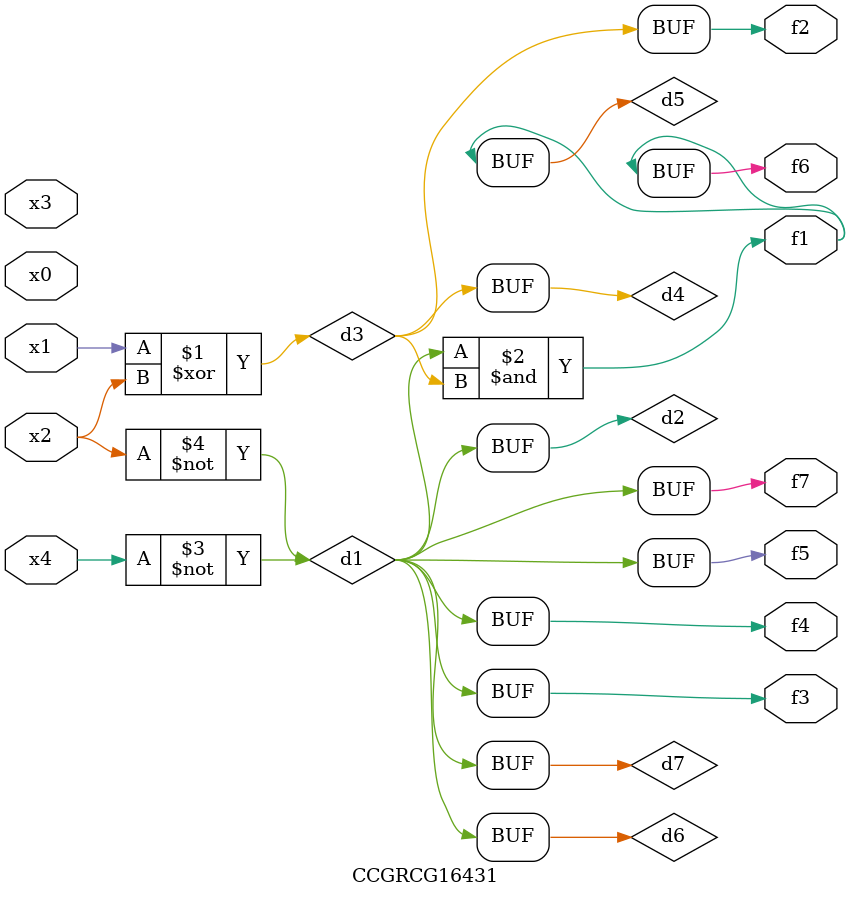
<source format=v>
module CCGRCG16431(
	input x0, x1, x2, x3, x4,
	output f1, f2, f3, f4, f5, f6, f7
);

	wire d1, d2, d3, d4, d5, d6, d7;

	not (d1, x4);
	not (d2, x2);
	xor (d3, x1, x2);
	buf (d4, d3);
	and (d5, d1, d3);
	buf (d6, d1, d2);
	buf (d7, d2);
	assign f1 = d5;
	assign f2 = d4;
	assign f3 = d7;
	assign f4 = d7;
	assign f5 = d7;
	assign f6 = d5;
	assign f7 = d7;
endmodule

</source>
